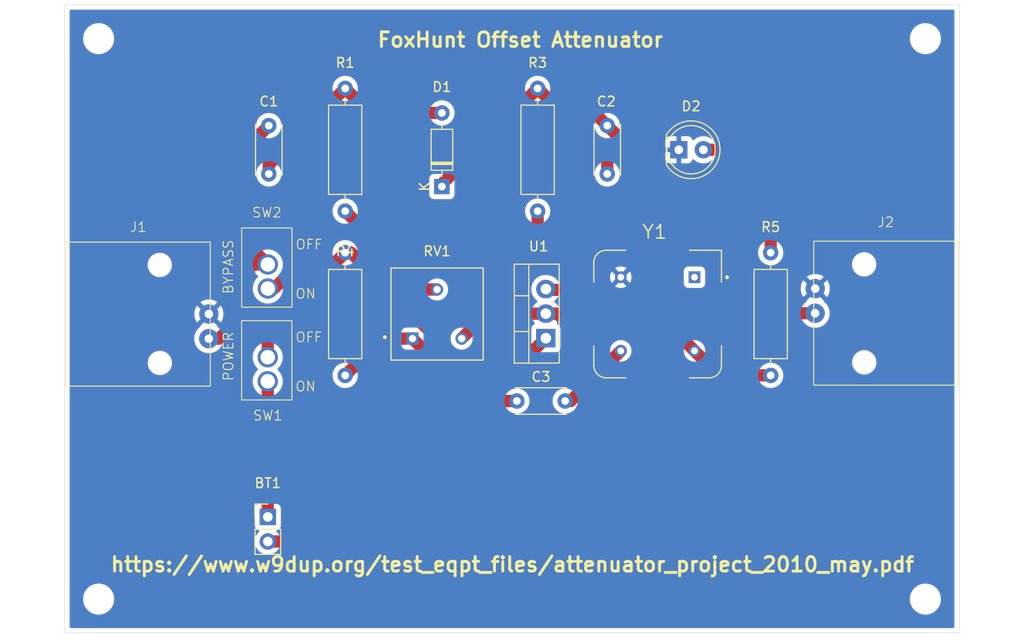
<source format=kicad_pcb>
(kicad_pcb (version 20241229) (generator "pcbnew") (generator_version "9.0")
  (layers (0 "F.Cu" signal) (2 "B.Cu" signal) (13 "F.Paste" user) (15 "B.Paste" user) (5 "F.SilkS" user "F.Silkscreen") (7 "B.SilkS" user "B.Silkscreen") (1 "F.Mask" user) (3 "B.Mask" user) (25 "Edge.Cuts" user))
  (net 0 "")
  (net 1 "Net-(BT1--)")
  (net 2 "Net-(BT1-+)")
  (net 3 "Net-(D1-A)")
  (net 4 "Net-(J1-Ext)")
  (net 5 "Net-(D1-K)")
  (net 6 "Net-(J2-In)")
  (net 7 "Net-(C3-Pad1)")
  (net 8 "GND")
  (net 9 "Net-(D2-A)")
  (net 10 "Net-(R1-Pad2)")
  (net 11 "Net-(SW1-B)")
  (net 12 "/+5V")
  (net 13 "Net-(Y1-OUTPUT)")
  (footprint "Library:OSC_ECS-2100AX-040" (layer "F.Cu") (at 93.31 51.5 180)
    (property "Reference" "Y1" (at 0.31 8.5 0) (layer "F.SilkS") (effects (font (size 1.403205 1.403205))))
    (property "Value" "ECS-2100AX-040")
    (fp_line (start 6.6 5.33) (end 6.6 3.3) (stroke (width 0.127)) (layer "F.SilkS"))
    (fp_line (start 6.6 -5.33) (end 6.6 -3.3) (stroke (width 0.127)) (layer "F.SilkS"))
    (fp_line (start 3.3 6.6) (end 5.33 6.6) (stroke (width 0.127)) (layer "F.SilkS"))
    (fp_line (start 3.3 -6.6) (end 5.33 -6.6) (stroke (width 0.127)) (layer "F.SilkS"))
    (fp_line (start -3.3 6.6) (end -6.6 6.6) (stroke (width 0.127)) (layer "F.SilkS"))
    (fp_line (start -3.3 -6.6) (end -5.33 -6.6) (stroke (width 0.127)) (layer "F.SilkS"))
    (fp_line (start -6.6 6.6) (end -6.6 3.3) (stroke (width 0.127)) (layer "F.SilkS"))
    (fp_line (start -6.6 -5.33) (end -6.6 -3.3) (stroke (width 0.127)) (layer "F.SilkS"))
    (fp_arc (start 6.6 5.33) (mid 6.228026 6.228026) (end 5.33 6.6) (stroke (width 0.127)) (layer "F.SilkS"))
    (fp_arc (start 5.33 -6.6) (mid 6.228026 -6.228026) (end 6.6 -5.33) (stroke (width 0.127)) (layer "F.SilkS"))
    (fp_arc (start -6.6 -5.33) (mid -6.228026 -6.228026) (end -5.33 -6.6) (stroke (width 0.127)) (layer "F.SilkS"))
    (fp_circle (center -7.179 3.81) (end -7.079 3.81) (stroke (width 0.2)) (fill no) (layer "F.SilkS"))
    (pad "1" thru_hole rect (at -3.81 3.81 180) (size 1.208 1.208) (drill 0.7) (layers "*.Cu" "*.Mask"))
    (pad "4" thru_hole circle (at 3.81 3.81 180) (size 1.208 1.208) (drill 0.7) (layers "*.Cu" "*.Mask") (net 8 "GND"))
    (pad "5" thru_hole circle (at 3.81 -3.81 180) (size 1.208 1.208) (drill 0.7) (layers "*.Cu" "*.Mask") (net 13 "Net-(Y1-OUTPUT)"))
    (pad "8" thru_hole circle (at -3.81 -3.81 180) (size 1.208 1.208) (drill 0.7) (layers "*.Cu" "*.Mask") (net 12 "/+5V"))
  )
  (footprint "Library:SWT3" (layer "F.Cu") (at 53.01 48.9 90)
    (property "Reference" "SW2" (at 7.9 -0.11 0) (layer "F.SilkS") (effects (font (thickness 0.1))))
    (property "Value" "BYPASS")
    (fp_rect (start -1.89 -2.71) (end 6.31 2.49) (stroke (width 0.1)) (fill no) (layer "F.SilkS"))
    (fp_text user "ON" (at -1.08 2.79 0) (layer "F.SilkS") (effects (font (thickness 0.1)) (justify left bottom)))
    (fp_text user "OFF" (at 4.01 2.8 0) (layer "F.SilkS") (effects (font (thickness 0.1)) (justify left bottom)))
    (pad "1" thru_hole circle (at 0.04 -0.01 90) (size 2.1 2.1) (drill 1.5) (layers "*.Cu" "*.Mask" "Eco1.User") (net 6 "Net-(J2-In)"))
    (pad "2" thru_hole circle (at 2.53 -0.01 90) (size 2.1 2.1) (drill 1.5) (layers "*.Cu" "*.Mask" "Eco1.User") (net 4 "Net-(J1-Ext)"))
  )
  (footprint "MountingHole:MountingHole_2.7mm_M2.5" (layer "F.Cu") (at 121 81)
    (property "Reference" "REF**" (hide yes))
    (property "Value" "MountingHole_2.7mm_M2.5")
    (pad "" np_thru_hole circle (at 0 0) (size 2.7 2.7) (drill 2.7) (layers "*.Cu" "*.Mask"))
  )
  (footprint "MountingHole:MountingHole_2.7mm_M2.5" (layer "F.Cu") (at 35.5 23)
    (property "Reference" "REF**" (hide yes))
    (property "Value" "MountingHole_2.7mm_M2.5")
    (pad "" np_thru_hole circle (at 0 0) (size 2.7 2.7) (drill 2.7) (layers "*.Cu" "*.Mask"))
  )
  (footprint "Resistor_THT:R_Axial_DIN0309_L9.0mm_D3.2mm_P12.70mm_Horizontal" (layer "F.Cu") (at 61 45.15 -90)
    (property "Reference" "R4" (at -0.15 0 180) (layer "F.SilkS"))
    (property "Value" "4.7K")
    (fp_line (start 1.73 1.72) (end 10.97 1.72) (stroke (width 0.12)) (layer "F.SilkS"))
    (fp_line (start 10.97 1.72) (end 10.97 -1.72) (stroke (width 0.12)) (layer "F.SilkS"))
    (fp_line (start 1.04 0) (end 1.73 0) (stroke (width 0.12)) (layer "F.SilkS"))
    (fp_line (start 11.66 0) (end 10.97 0) (stroke (width 0.12)) (layer "F.SilkS"))
    (fp_line (start 1.73 -1.72) (end 1.73 1.72) (stroke (width 0.12)) (layer "F.SilkS"))
    (fp_line (start 10.97 -1.72) (end 1.73 -1.72) (stroke (width 0.12)) (layer "F.SilkS"))
    (pad "1" thru_hole circle (at 0 0 270) (size 1.6 1.6) (drill 0.8) (layers "*.Cu" "*.Mask") (net 11 "Net-(SW1-B)"))
    (pad "2" thru_hole oval (at 12.7 0 270) (size 1.6 1.6) (drill 0.8) (layers "*.Cu" "*.Mask") (net 7 "Net-(C3-Pad1)"))
  )
  (footprint "Capacitor_THT:C_Disc_D5.0mm_W2.5mm_P5.00mm" (layer "F.Cu") (at 53.1 32 -90)
    (property "Reference" "C1" (at -2.5 0 180) (layer "F.SilkS"))
    (property "Value" "470pF")
    (fp_line (start -0.12 1.37) (end 5.12 1.37) (stroke (width 0.12)) (layer "F.SilkS"))
    (fp_line (start -0.12 1.055) (end -0.12 1.37) (stroke (width 0.12)) (layer "F.SilkS"))
    (fp_line (start 5.12 1.055) (end 5.12 1.37) (stroke (width 0.12)) (layer "F.SilkS"))
    (fp_line (start -0.12 -1.37) (end -0.12 -1.055) (stroke (width 0.12)) (layer "F.SilkS"))
    (fp_line (start -0.12 -1.37) (end 5.12 -1.37) (stroke (width 0.12)) (layer "F.SilkS"))
    (fp_line (start 5.12 -1.37) (end 5.12 -1.055) (stroke (width 0.12)) (layer "F.SilkS"))
    (pad "1" thru_hole circle (at 0 0 270) (size 1.6 1.6) (drill 0.8) (layers "*.Cu" "*.Mask") (net 4 "Net-(J1-Ext)"))
    (pad "2" thru_hole circle (at 5 0 270) (size 1.6 1.6) (drill 0.8) (layers "*.Cu" "*.Mask") (net 3 "Net-(D1-A)"))
  )
  (footprint "Library:CONBNC002" (layer "F.Cu") (at 114.685 46.36 -90)
    (property "Reference" "J2" (at -4.36 -2.22 0) (layer "F.SilkS") (effects (font (thickness 0.1))))
    (property "Value" "Conn_Coaxial")
    (fp_rect (start -2.4 -9.67) (end 12.5 5.23) (stroke (width 0.1)) (fill no) (layer "F.SilkS"))
    (pad "" np_thru_hole circle (at 0 0.02 270) (size 2 2) (drill 2) (layers "*.Cu" "*.Mask"))
    (pad "" np_thru_hole circle (at 10.14 0.01 270) (size 2 2) (drill 2) (layers "*.Cu" "*.Mask"))
    (pad "1" thru_hole circle (at 5.06 5.09 270) (size 2 2) (drill 0.89) (layers "*.Cu" "*.Mask") (net 6 "Net-(J2-In)"))
    (pad "2" thru_hole circle (at 2.51 5.08 270) (size 2 2) (drill 0.89) (layers "*.Cu" "*.Mask") (net 8 "GND"))
  )
  (footprint "Package_TO_SOT_THT:TO-220-3_Vertical" (layer "F.Cu") (at 81.75 54 90)
    (property "Reference" "U1" (at 9.5 -0.75 180) (layer "F.SilkS"))
    (property "Value" "L7805")
    (fp_line (start 7.66 -3.27) (end 7.66 1.371) (stroke (width 0.12)) (layer "F.SilkS"))
    (fp_line (start 4.391 -3.27) (end 4.391 -1.76) (stroke (width 0.12)) (layer "F.SilkS"))
    (fp_line (start 0.69 -3.27) (end 0.69 -1.76) (stroke (width 0.12)) (layer "F.SilkS"))
    (fp_line (start -2.58 -3.27) (end 7.66 -3.27) (stroke (width 0.12)) (layer "F.SilkS"))
    (fp_line (start -2.58 -3.27) (end -2.58 1.371) (stroke (width 0.12)) (layer "F.SilkS"))
    (fp_line (start -2.58 -1.76) (end 7.66 -1.76) (stroke (width 0.12)) (layer "F.SilkS"))
    (fp_line (start -2.58 1.371) (end 7.66 1.371) (stroke (width 0.12)) (layer "F.SilkS"))
    (pad "1" thru_hole rect (at 0 0 90) (size 1.905 2) (drill 1.1) (layers "*.Cu" "*.Mask") (net 11 "Net-(SW1-B)"))
    (pad "2" thru_hole oval (at 2.54 0 90) (size 1.905 2) (drill 1.1) (layers "*.Cu" "*.Mask") (net 1 "Net-(BT1--)"))
    (pad "3" thru_hole oval (at 5.08 0 90) (size 1.905 2) (drill 1.1) (layers "*.Cu" "*.Mask") (net 12 "/+5V"))
  )
  (footprint "MountingHole:MountingHole_2.7mm_M2.5" (layer "F.Cu") (at 121 23)
    (property "Reference" "REF**" (hide yes))
    (property "Value" "MountingHole_2.7mm_M2.5")
    (pad "" np_thru_hole circle (at 0 0) (size 2.7 2.7) (drill 2.7) (layers "*.Cu" "*.Mask"))
  )
  (footprint "Capacitor_THT:C_Disc_D5.0mm_W2.5mm_P5.00mm" (layer "F.Cu") (at 78.75 60.5)
    (property "Reference" "C3" (at 2.5 -2.5 0) (layer "F.SilkS"))
    (property "Value" ".0047uF")
    (fp_line (start -0.12 -1.37) (end -0.12 -1.055) (stroke (width 0.12)) (layer "F.SilkS"))
    (fp_line (start -0.12 -1.37) (end 5.12 -1.37) (stroke (width 0.12)) (layer "F.SilkS"))
    (fp_line (start -0.12 1.055) (end -0.12 1.37) (stroke (width 0.12)) (layer "F.SilkS"))
    (fp_line (start -0.12 1.37) (end 5.12 1.37) (stroke (width 0.12)) (layer "F.SilkS"))
    (fp_line (start 5.12 -1.37) (end 5.12 -1.055) (stroke (width 0.12)) (layer "F.SilkS"))
    (fp_line (start 5.12 1.055) (end 5.12 1.37) (stroke (width 0.12)) (layer "F.SilkS"))
    (pad "1" thru_hole circle (at 0 0) (size 1.6 1.6) (drill 0.8) (layers "*.Cu" "*.Mask") (net 7 "Net-(C3-Pad1)"))
    (pad "2" thru_hole circle (at 5 0) (size 1.6 1.6) (drill 0.8) (layers "*.Cu" "*.Mask") (net 13 "Net-(Y1-OUTPUT)"))
  )
  (footprint "Library:CONBNC002" (layer "F.Cu") (at 41.815 56.56 90)
    (property "Reference" "J1" (at 14.06 -2.22 0) (layer "F.SilkS") (effects (font (thickness 0.1))))
    (property "Value" "Conn_Coaxial")
    (fp_rect (start -2.4 -9.67) (end 12.5 5.23) (stroke (width 0.1)) (fill no) (layer "F.SilkS"))
    (pad "" np_thru_hole circle (at 0 0.02 90) (size 2 2) (drill 2) (layers "*.Cu" "*.Mask"))
    (pad "" np_thru_hole circle (at 10.14 0.01 90) (size 2 2) (drill 2) (layers "*.Cu" "*.Mask"))
    (pad "1" thru_hole circle (at 5.06 5.09 90) (size 2 2) (drill 0.89) (layers "*.Cu" "*.Mask") (net 8 "GND"))
    (pad "2" thru_hole circle (at 2.51 5.08 90) (size 2 2) (drill 0.89) (layers "*.Cu" "*.Mask") (net 4 "Net-(J1-Ext)"))
  )
  (footprint "Library:TRIM_3310Y-001-502L" (layer "F.Cu") (at 70.5 51.5)
    (property "Reference" "RV1" (at 0 -6.5 0) (layer "F.SilkS") (effects (font (size 1.000748 1.000748))))
    (property "Value" "5K")
    (fp_line (start -4.765 -4.765) (end -4.765 4.765) (stroke (width 0.127)) (layer "F.SilkS"))
    (fp_line (start -4.765 4.765) (end 4.765 4.765) (stroke (width 0.127)) (layer "F.SilkS"))
    (fp_line (start 4.765 -4.765) (end -4.765 -4.765) (stroke (width 0.127)) (layer "F.SilkS"))
    (fp_line (start 4.765 4.765) (end 4.765 -4.765) (stroke (width 0.127)) (layer "F.SilkS"))
    (fp_circle (center -5.4 2.4) (end -5.3 2.4) (stroke (width 0.2)) (fill no) (layer "F.SilkS"))
    (pad "1" thru_hole rect (at -2.54 2.54) (size 1.268 1.268) (drill 0.76) (layers "*.Cu" "*.Mask") (net 7 "Net-(C3-Pad1)"))
    (pad "2" thru_hole circle (at 0 -2.54) (size 1.268 1.268) (drill 0.76) (layers "*.Cu" "*.Mask") (net 10 "Net-(R1-Pad2)"))
    (pad "3" thru_hole circle (at 2.54 2.54) (size 1.268 1.268) (drill 0.76) (layers "*.Cu" "*.Mask") (net 1 "Net-(BT1--)"))
  )
  (footprint "Resistor_THT:R_Axial_DIN0309_L9.0mm_D3.2mm_P12.70mm_Horizontal" (layer "F.Cu") (at 80.9 28.15 -90)
    (property "Reference" "R3" (at -2.65 0 180) (layer "F.SilkS"))
    (property "Value" "2.2K")
    (fp_line (start 1.73 1.72) (end 10.97 1.72) (stroke (width 0.12)) (layer "F.SilkS"))
    (fp_line (start 10.97 1.72) (end 10.97 -1.72) (stroke (width 0.12)) (layer "F.SilkS"))
    (fp_line (start 1.04 0) (end 1.73 0) (stroke (width 0.12)) (layer "F.SilkS"))
    (fp_line (start 11.66 0) (end 10.97 0) (stroke (width 0.12)) (layer "F.SilkS"))
    (fp_line (start 1.73 -1.72) (end 1.73 1.72) (stroke (width 0.12)) (layer "F.SilkS"))
    (fp_line (start 10.97 -1.72) (end 1.73 -1.72) (stroke (width 0.12)) (layer "F.SilkS"))
    (pad "1" thru_hole circle (at 0 0 270) (size 1.6 1.6) (drill 0.8) (layers "*.Cu" "*.Mask") (net 5 "Net-(D1-K)"))
    (pad "2" thru_hole oval (at 12.7 0 270) (size 1.6 1.6) (drill 0.8) (layers "*.Cu" "*.Mask") (net 1 "Net-(BT1--)"))
  )
  (footprint "Resistor_THT:R_Axial_DIN0309_L9.0mm_D3.2mm_P12.70mm_Horizontal" (layer "F.Cu") (at 61 28.15 -90)
    (property "Reference" "R1" (at -2.65 0 180) (layer "F.SilkS"))
    (property "Value" "2.2K")
    (fp_line (start 1.73 1.72) (end 10.97 1.72) (stroke (width 0.12)) (layer "F.SilkS"))
    (fp_line (start 10.97 1.72) (end 10.97 -1.72) (stroke (width 0.12)) (layer "F.SilkS"))
    (fp_line (start 1.04 0) (end 1.73 0) (stroke (width 0.12)) (layer "F.SilkS"))
    (fp_line (start 11.66 0) (end 10.97 0) (stroke (width 0.12)) (layer "F.SilkS"))
    (fp_line (start 1.73 -1.72) (end 1.73 1.72) (stroke (width 0.12)) (layer "F.SilkS"))
    (fp_line (start 10.97 -1.72) (end 1.73 -1.72) (stroke (width 0.12)) (layer "F.SilkS"))
    (pad "1" thru_hole circle (at 0 0 270) (size 1.6 1.6) (drill 0.8) (layers "*.Cu" "*.Mask") (net 3 "Net-(D1-A)"))
    (pad "2" thru_hole oval (at 12.7 0 270) (size 1.6 1.6) (drill 0.8) (layers "*.Cu" "*.Mask") (net 10 "Net-(R1-Pad2)"))
  )
  (footprint "MountingHole:MountingHole_2.7mm_M2.5" (layer "F.Cu") (at 35.5 81)
    (property "Reference" "REF**" (hide yes))
    (property "Value" "MountingHole_2.7mm_M2.5")
    (pad "" np_thru_hole circle (at 0 0) (size 2.7 2.7) (drill 2.7) (layers "*.Cu" "*.Mask"))
  )
  (footprint "Resistor_THT:R_Axial_DIN0309_L9.0mm_D3.2mm_P12.70mm_Horizontal" (layer "F.Cu") (at 105 45.15 -90)
    (property "Reference" "R5" (at -2.65 0 180) (layer "F.SilkS"))
    (property "Value" "220")
    (fp_line (start 1.73 1.72) (end 10.97 1.72) (stroke (width 0.12)) (layer "F.SilkS"))
    (fp_line (start 10.97 1.72) (end 10.97 -1.72) (stroke (width 0.12)) (layer "F.SilkS"))
    (fp_line (start 1.04 0) (end 1.73 0) (stroke (width 0.12)) (layer "F.SilkS"))
    (fp_line (start 11.66 0) (end 10.97 0) (stroke (width 0.12)) (layer "F.SilkS"))
    (fp_line (start 1.73 -1.72) (end 1.73 1.72) (stroke (width 0.12)) (layer "F.SilkS"))
    (fp_line (start 10.97 -1.72) (end 1.73 -1.72) (stroke (width 0.12)) (layer "F.SilkS"))
    (pad "1" thru_hole circle (at 0 0 270) (size 1.6 1.6) (drill 0.8) (layers "*.Cu" "*.Mask") (net 9 "Net-(D2-A)"))
    (pad "2" thru_hole oval (at 12.7 0 270) (size 1.6 1.6) (drill 0.8) (layers "*.Cu" "*.Mask") (net 12 "/+5V"))
  )
  (footprint "Library:SWT3" (layer "F.Cu") (at 53 58.5 90)
    (property "Reference" "SW1" (at -3.5 0 0) (layer "F.SilkS") (effects (font (thickness 0.1))))
    (property "Value" "POWER")
    (fp_rect (start -1.89 -2.71) (end 6.31 2.49) (stroke (width 0.1)) (fill no) (layer "F.SilkS"))
    (fp_text user "OFF" (at 4.01 2.8 0) (layer "F.SilkS") (effects (font (thickness 0.1)) (justify left bottom)))
    (fp_text user "ON" (at -1.08 2.79 0) (layer "F.SilkS") (effects (font (thickness 0.1)) (justify left bottom)))
    (pad "1" thru_hole circle (at 0.04 -0.01 90) (size 2.1 2.1) (drill 1.5) (layers "*.Cu" "*.Mask" "Eco1.User") (net 2 "Net-(BT1-+)"))
    (pad "2" thru_hole circle (at 2.53 -0.01 90) (size 2.1 2.1) (drill 1.5) (layers "*.Cu" "*.Mask" "Eco1.User") (net 11 "Net-(SW1-B)"))
  )
  (footprint "Connector_PinHeader_2.54mm:PinHeader_1x02_P2.54mm_Vertical" (layer "F.Cu") (at 53 72.5)
    (property "Reference" "BT1" (at 0 -3.5 0) (layer "F.SilkS"))
    (property "Value" "Battery 9V")
    (fp_line (start -1.33 -1.33) (end 0 -1.33) (stroke (width 0.12)) (layer "F.SilkS"))
    (fp_line (start -1.33 0) (end -1.33 -1.33) (stroke (width 0.12)) (layer "F.SilkS"))
    (fp_line (start -1.33 1.27) (end -1.33 3.87) (stroke (width 0.12)) (layer "F.SilkS"))
    (fp_line (start -1.33 1.27) (end 1.33 1.27) (stroke (width 0.12)) (layer "F.SilkS"))
    (fp_line (start -1.33 3.87) (end 1.33 3.87) (stroke (width 0.12)) (layer "F.SilkS"))
    (fp_line (start 1.33 1.27) (end 1.33 3.87) (stroke (width 0.12)) (layer "F.SilkS"))
    (pad "1" thru_hole rect (at 0 0) (size 1.7 1.7) (drill 1) (layers "*.Cu" "*.Mask") (net 2 "Net-(BT1-+)"))
    (pad "2" thru_hole oval (at 0 2.54) (size 1.7 1.7) (drill 1) (layers "*.Cu" "*.Mask") (net 1 "Net-(BT1--)"))
  )
  (footprint "Diode_THT:D_DO-35_SOD27_P7.62mm_Horizontal" (layer "F.Cu") (at 71 38.31 90)
    (property "Reference" "D1" (at 10.31 0 180) (layer "F.SilkS"))
    (property "Value" "1N4148")
    (fp_line (start 5.93 -1.12) (end 1.69 -1.12) (stroke (width 0.12)) (layer "F.SilkS"))
    (fp_line (start 2.53 -1.12) (end 2.53 1.12) (stroke (width 0.12)) (layer "F.SilkS"))
    (fp_line (start 2.41 -1.12) (end 2.41 1.12) (stroke (width 0.12)) (layer "F.SilkS"))
    (fp_line (start 2.29 -1.12) (end 2.29 1.12) (stroke (width 0.12)) (layer "F.SilkS"))
    (fp_line (start 1.69 -1.12) (end 1.69 1.12) (stroke (width 0.12)) (layer "F.SilkS"))
    (fp_line (start 6.58 0) (end 5.93 0) (stroke (width 0.12)) (layer "F.SilkS"))
    (fp_line (start 1.04 0) (end 1.69 0) (stroke (width 0.12)) (layer "F.SilkS"))
    (fp_line (start 5.93 1.12) (end 5.93 -1.12) (stroke (width 0.12)) (layer "F.SilkS"))
    (fp_line (start 1.69 1.12) (end 5.93 1.12) (stroke (width 0.12)) (layer "F.SilkS"))
    (fp_text user "K" (at 0 -1.8 90) (layer "F.SilkS"))
    (pad "1" thru_hole rect (at 0 0 90) (size 1.6 1.6) (drill 0.8) (layers "*.Cu" "*.Mask") (net 5 "Net-(D1-K)"))
    (pad "2" thru_hole oval (at 7.62 0 90) (size 1.6 1.6) (drill 0.8) (layers "*.Cu" "*.Mask") (net 3 "Net-(D1-A)"))
  )
  (footprint "Capacitor_THT:C_Disc_D5.0mm_W2.5mm_P5.00mm" (layer "F.Cu") (at 88.1 37 90)
    (property "Reference" "C2" (at 7.5 -0.1 180) (layer "F.SilkS"))
    (property "Value" "470pF")
    (fp_line (start 5.12 -1.37) (end 5.12 -1.055) (stroke (width 0.12)) (layer "F.SilkS"))
    (fp_line (start -0.12 -1.37) (end 5.12 -1.37) (stroke (width 0.12)) (layer "F.SilkS"))
    (fp_line (start -0.12 -1.37) (end -0.12 -1.055) (stroke (width 0.12)) (layer "F.SilkS"))
    (fp_line (start 5.12 1.055) (end 5.12 1.37) (stroke (width 0.12)) (layer "F.SilkS"))
    (fp_line (start -0.12 1.055) (end -0.12 1.37) (stroke (width 0.12)) (layer "F.SilkS"))
    (fp_line (start -0.12 1.37) (end 5.12 1.37) (stroke (width 0.12)) (layer "F.SilkS"))
    (pad "1" thru_hole circle (at 0 0 90) (size 1.6 1.6) (drill 0.8) (layers "*.Cu" "*.Mask") (net 5 "Net-(D1-K)"))
    (pad "2" thru_hole circle (at 5 0 90) (size 1.6 1.6) (drill 0.8) (layers "*.Cu" "*.Mask") (net 6 "Net-(J2-In)"))
  )
  (footprint "LED_THT:LED_D5.0mm" (layer "F.Cu") (at 95.5 34.5)
    (property "Reference" "D2" (at 1.27 -4.5 0) (layer "F.SilkS"))
    (property "Value" "LED")
    (fp_line (start -1.29 -1.545) (end -1.29 1.545) (stroke (width 0.12)) (layer "F.SilkS"))
    (fp_arc (start -1.29 -1.54483) (mid 2.071756 -2.880501) (end 4.26 -0.000048) (stroke (width 0.12)) (layer "F.SilkS"))
    (fp_arc (start 4.26 0.000048) (mid 2.071756 2.880501) (end -1.29 1.54483) (stroke (width 0.12)) (layer "F.SilkS"))
    (fp_circle (center 1.27 0) (end 3.77 0) (stroke (width 0.12)) (fill no) (layer "F.SilkS"))
    (pad "1" thru_hole rect (at 0 0) (size 1.8 1.8) (drill 0.9) (layers "*.Cu" "*.Mask") (net 8 "GND"))
    (pad "2" thru_hole circle (at 2.54 0) (size 1.8 1.8) (drill 0.9) (layers "*.Cu" "*.Mask") (net 9 "Net-(D2-A)"))
  )
  (gr_rect (start 32 19.5) (end 124.5 84.5) (stroke (width 0.05)) (fill no) (layer "Edge.Cuts"))
  (gr_text "https://www.w9dup.org/test_eqpt_files/attenuator_project_2010_may.pdf" (at 36.6 78.3 0) (layer "F.SilkS") (effects (font (size 1.5 1.5) (thickness 0.3) (bold yes)) (justify left bottom)))
  (gr_text "POWER" (at 49.5 58.5 90) (layer "F.SilkS") (effects (font (size 1 1) (thickness 0.1)) (justify left bottom)))
  (gr_text "BYPASS" (at 49.5 49.5 90) (layer "F.SilkS") (effects (font (size 1 1) (thickness 0.1)) (justify left bottom)))
  (gr_text "FoxHunt Offset Attenuator" (at 64.2 24 0) (layer "F.SilkS") (effects (font (size 1.5 1.5) (thickness 0.3) (bold yes)) (justify left bottom)))
  (segment (start 73.04 54.04) (end 75.62 51.46) (width 1.27) (layer "F.Cu") (net 1))
  (segment (start 85 56) (end 85 53.5) (width 1.27) (layer "F.Cu") (net 1))
  (segment (start 53 75.04) (end 76.46 75.04) (width 1.27) (layer "F.Cu") (net 1))
  (segment (start 82.96 51.46) (end 81.75 51.46) (width 1.27) (layer "F.Cu") (net 1))
  (segment (start 75.62 51.46) (end 81.75 51.46) (width 1.27) (layer "F.Cu") (net 1))
  (segment (start 76.46 75.04) (end 81 70.5) (width 1.27) (layer "F.Cu") (net 1))
  (segment (start 80.9 46.18) (end 75.62 51.46) (width 1.27) (layer "F.Cu") (net 1))
  (segment (start 80.9 40.85) (end 80.9 46.18) (width 1.27) (layer "F.Cu") (net 1))
  (segment (start 81 60) (end 85 56) (width 1.27) (layer "F.Cu") (net 1))
  (segment (start 85 53.5) (end 82.96 51.46) (width 1.27) (layer "F.Cu") (net 1))
  (segment (start 81 70.5) (end 81 60) (width 1.27) (layer "F.Cu") (net 1))
  (segment (start 52.99 58.46) (end 52.99 72.49) (width 1.27) (layer "F.Cu") (net 2))
  (segment (start 52.99 72.49) (end 53 72.5) (width 1.27) (layer "F.Cu") (net 2))
  (segment (start 53.1 36.05) (end 61 28.15) (width 1.27) (layer "F.Cu") (net 3))
  (segment (start 71 30.69) (end 63.54 30.69) (width 1.27) (layer "F.Cu") (net 3))
  (segment (start 53.1 37) (end 53.1 36.05) (width 1.27) (layer "F.Cu") (net 3))
  (segment (start 63.54 30.69) (end 61 28.15) (width 1.27) (layer "F.Cu") (net 3))
  (segment (start 51.515076 46.37) (end 53 46.37) (width 1.27) (layer "F.Cu") (net 4))
  (segment (start 49.5 52.5) (end 49.5 48.385076) (width 1.27) (layer "F.Cu") (net 4))
  (segment (start 47.95 54.05) (end 49.5 52.5) (width 1.27) (layer "F.Cu") (net 4))
  (segment (start 46.895 54.05) (end 47.95 54.05) (width 1.27) (layer "F.Cu") (net 4))
  (segment (start 53.1 32) (end 50.5 34.6) (width 1.27) (layer "F.Cu") (net 4))
  (segment (start 49.5 48.385076) (end 51.515076 46.37) (width 1.27) (layer "F.Cu") (net 4))
  (segment (start 50.5 43.87) (end 53 46.37) (width 1.27) (layer "F.Cu") (net 4))
  (segment (start 50.5 34.6) (end 50.5 43.87) (width 1.27) (layer "F.Cu") (net 4))
  (segment (start 88.1 37) (end 88.1 35.35) (width 1.27) (layer "F.Cu") (net 5))
  (segment (start 71 38.05) (end 80.9 28.15) (width 1.27) (layer "F.Cu") (net 5))
  (segment (start 88.1 35.35) (end 80.9 28.15) (width 1.27) (layer "F.Cu") (net 5))
  (segment (start 71 38.31) (end 71 38.05) (width 1.27) (layer "F.Cu") (net 5))
  (segment (start 68.826 36.674) (end 79.5 26) (width 1.27) (layer "F.Cu") (net 6))
  (segment (start 107.52 51.42) (end 88.1 32) (width 1.27) (layer "F.Cu") (net 6))
  (segment (start 79.5 26) (end 82.1 26) (width 1.27) (layer "F.Cu") (net 6))
  (segment (start 109.595 51.42) (end 107.52 51.42) (width 1.27) (layer "F.Cu") (net 6))
  (segment (start 58.5 44) (end 58.5 40.25) (width 1.27) (layer "F.Cu") (net 6))
  (segment (start 53.64 48.86) (end 58.5 44) (width 1.27) (layer "F.Cu") (net 6))
  (segment (start 53 48.86) (end 53.64 48.86) (width 1.27) (layer "F.Cu") (net 6))
  (segment (start 82.1 26) (end 88.1 32) (width 1.27) (layer "F.Cu") (net 6))
  (segment (start 62.076 36.674) (end 68.826 36.674) (width 1.27) (layer "F.Cu") (net 6))
  (segment (start 58.5 40.25) (end 62.076 36.674) (width 1.27) (layer "F.Cu") (net 6))
  (segment (start 67.96 54.04) (end 64.81 54.04) (width 1.27) (layer "F.Cu") (net 7))
  (segment (start 64.81 54.04) (end 61 57.85) (width 1.27) (layer "F.Cu") (net 7))
  (segment (start 78.75 60.5) (end 74.42 60.5) (width 1.27) (layer "F.Cu") (net 7))
  (segment (start 74.42 60.5) (end 67.96 54.04) (width 1.27) (layer "F.Cu") (net 7))
  (segment (start 100.5 34.5) (end 98.04 34.5) (width 1.27) (layer "F.Cu") (net 9))
  (segment (start 105 45.15) (end 105 39) (width 1.27) (layer "F.Cu") (net 9))
  (segment (start 105 39) (end 100.5 34.5) (width 1.27) (layer "F.Cu") (net 9))
  (segment (start 69.11 48.96) (end 61 40.85) (width 1.27) (layer "F.Cu") (net 10))
  (segment (start 70.5 48.96) (end 69.11 48.96) (width 1.27) (layer "F.Cu") (net 10))
  (segment (start 52.99 55.97) (end 52.99 53.16) (width 1.27) (layer "F.Cu") (net 11))
  (segment (start 72.459846 56) (end 61.609846 45.15) (width 1.27) (layer "F.Cu") (net 11))
  (segment (start 81.75 54) (end 79.75 56) (width 1.27) (layer "F.Cu") (net 11))
  (segment (start 52.99 53.16) (end 61 45.15) (width 1.27) (layer "F.Cu") (net 11))
  (segment (start 61.609846 45.15) (end 61 45.15) (width 1.27) (layer "F.Cu") (net 11))
  (segment (start 79.75 56) (end 72.459846 56) (width 1.27) (layer "F.Cu") (net 11))
  (segment (start 99.66 57.85) (end 97.12 55.31) (width 1.27) (layer "F.Cu") (net 12))
  (segment (start 81.75 48.92) (end 81.83 49) (width 1.27) (layer "F.Cu") (net 12))
  (segment (start 105 57.85) (end 99.66 57.85) (width 1.27) (layer "F.Cu") (net 12))
  (segment (start 81.83 49) (end 84.5 49) (width 1.27) (layer "F.Cu") (net 12))
  (segment (start 92.31 50.5) (end 97.12 55.31) (width 1.27) (layer "F.Cu") (net 12))
  (segment (start 84.5 49) (end 86 50.5) (width 1.27) (layer "F.Cu") (net 12))
  (segment (start 86 50.5) (end 92.31 50.5) (width 1.27) (layer "F.Cu") (net 12))
  (segment (start 84.31 60.5) (end 89.5 55.31) (width 1.27) (layer "F.Cu") (net 13))
  (segment (start 83.75 60.5) (end 84.31 60.5) (width 1.27) (layer "F.Cu") (net 13))
  (zone (net 8) (net_name "GND") (layer "B.Cu") (connect_pads (clearance 0.5)) (min_thickness 0.25) (fill yes (thermal_gap 0.5) (thermal_bridge_width 0.5))
    (polygon (pts (xy 31.5 19) (xy 125 19) (xy 125 85) (xy 31.5 85)))
  )
)
</source>
